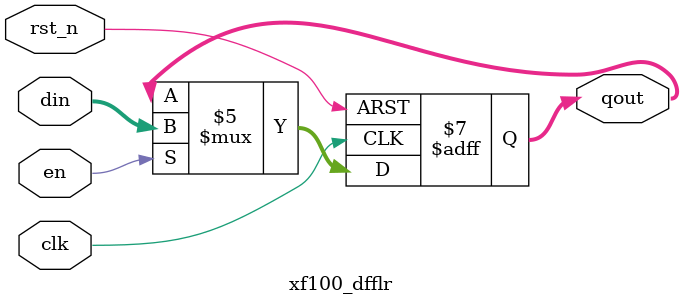
<source format=v>

`include "xf100_defines.v" 

module xf100_dfflr 
#( 
  parameter DW = 8
)
(
  input           en,
  input  [DW-1:0] din,
  output reg [DW-1:0] qout,

  input clk,
  input rst_n
);
  always @ (posedge clk or negedge rst_n) begin
    if (rst_n == 1'b0) begin
	  qout <= {DW{1'b0}};
	end else begin
	  if (en == 1'b1) begin
		qout <= din;
	  end else begin
		qout <= qout;
	  end
	end
  end
endmodule




</source>
